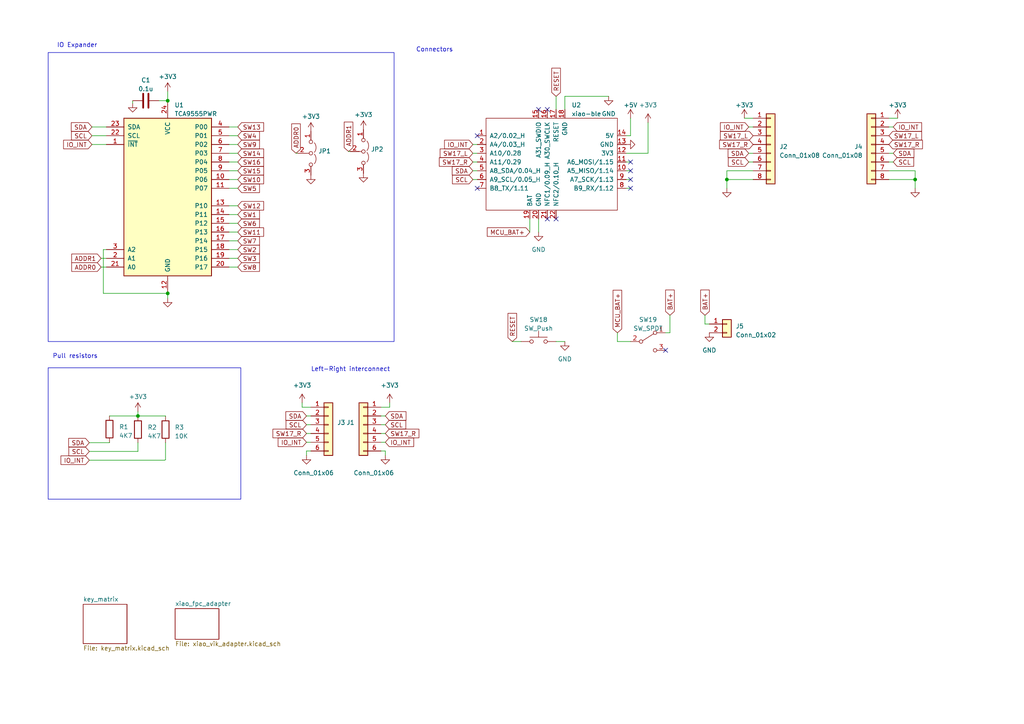
<source format=kicad_sch>
(kicad_sch (version 20230121) (generator eeschema)
  (paper "A4")
  (lib_symbols
    (symbol "+3V3_1" (power) (pin_names (offset 0))
      (property "Value" "+3V3_1" (at 0 3.556 0))
      (symbol "+3V3_1_0_1"
        (polyline (pts (xy -0.762 1.27) (xy 0 2.54)))
        (polyline (pts (xy 0 0) (xy 0 2.54)))
        (polyline (pts (xy 0 2.54) (xy 0.762 1.27)))
      )
      (symbol "+3V3_1_1_1"
        (pin power_in line (at 0 0 90) (length 0) hide (name "+3V3") (number "1"))
      )
    )
    (symbol "Connector_Generic:Conn_01x02" (pin_names (offset 1.016) hide)
      (property "Reference" "J" (at 0 2.54 0))
      (property "Value" "Conn_01x02" (at 0 -5.08 0))
      (symbol "Conn_01x02_1_1"
        (rectangle (start -1.27 -2.413) (end 0 -2.667) (stroke (width 0.1524)))
        (rectangle (start -1.27 0.127) (end 0 -0.127) (stroke (width 0.1524)))
        (rectangle (start -1.27 1.27) (end 1.27 -3.81) (stroke (width 0.254)) (fill (type background)))
        (pin passive line (at -5.08 0 0) (length 3.81) (name "Pin_1") (number "1"))
        (pin passive line (at -5.08 -2.54 0) (length 3.81) (name "Pin_2") (number "2"))
      )
    )
    (symbol "Connector_Generic:Conn_01x06" (pin_names (offset 1.016) hide)
      (property "Reference" "J" (at 0 7.62 0))
      (property "Value" "Conn_01x06" (at 0 -10.16 0))
      (symbol "Conn_01x06_1_1"
        (rectangle (start -1.27 -7.493) (end 0 -7.747) (stroke (width 0.1524)))
        (rectangle (start -1.27 -4.953) (end 0 -5.207) (stroke (width 0.1524)))
        (rectangle (start -1.27 -2.413) (end 0 -2.667) (stroke (width 0.1524)))
        (rectangle (start -1.27 0.127) (end 0 -0.127) (stroke (width 0.1524)))
        (rectangle (start -1.27 2.667) (end 0 2.413) (stroke (width 0.1524)))
        (rectangle (start -1.27 5.207) (end 0 4.953) (stroke (width 0.1524)))
        (rectangle (start -1.27 6.35) (end 1.27 -8.89) (stroke (width 0.254)) (fill (type background)))
        (pin passive line (at -5.08 5.08 0) (length 3.81) (name "Pin_1") (number "1"))
        (pin passive line (at -5.08 2.54 0) (length 3.81) (name "Pin_2") (number "2"))
        (pin passive line (at -5.08 0 0) (length 3.81) (name "Pin_3") (number "3"))
        (pin passive line (at -5.08 -2.54 0) (length 3.81) (name "Pin_4") (number "4"))
        (pin passive line (at -5.08 -5.08 0) (length 3.81) (name "Pin_5") (number "5"))
        (pin passive line (at -5.08 -7.62 0) (length 3.81) (name "Pin_6") (number "6"))
      )
    )
    (symbol "Connector_Generic:Conn_01x08" (pin_names (offset 1.016) hide)
      (property "Reference" "J" (at 0 10.16 0))
      (property "Value" "Conn_01x08" (at 0 -12.7 0))
      (symbol "Conn_01x08_1_1"
        (rectangle (start -1.27 -10.033) (end 0 -10.287) (stroke (width 0.1524)))
        (rectangle (start -1.27 -7.493) (end 0 -7.747) (stroke (width 0.1524)))
        (rectangle (start -1.27 -4.953) (end 0 -5.207) (stroke (width 0.1524)))
        (rectangle (start -1.27 -2.413) (end 0 -2.667) (stroke (width 0.1524)))
        (rectangle (start -1.27 0.127) (end 0 -0.127) (stroke (width 0.1524)))
        (rectangle (start -1.27 2.667) (end 0 2.413) (stroke (width 0.1524)))
        (rectangle (start -1.27 5.207) (end 0 4.953) (stroke (width 0.1524)))
        (rectangle (start -1.27 7.747) (end 0 7.493) (stroke (width 0.1524)))
        (rectangle (start -1.27 8.89) (end 1.27 -11.43) (stroke (width 0.254)) (fill (type background)))
        (pin passive line (at -5.08 7.62 0) (length 3.81) (name "Pin_1") (number "1"))
        (pin passive line (at -5.08 5.08 0) (length 3.81) (name "Pin_2") (number "2"))
        (pin passive line (at -5.08 2.54 0) (length 3.81) (name "Pin_3") (number "3"))
        (pin passive line (at -5.08 0 0) (length 3.81) (name "Pin_4") (number "4"))
        (pin passive line (at -5.08 -2.54 0) (length 3.81) (name "Pin_5") (number "5"))
        (pin passive line (at -5.08 -5.08 0) (length 3.81) (name "Pin_6") (number "6"))
        (pin passive line (at -5.08 -7.62 0) (length 3.81) (name "Pin_7") (number "7"))
        (pin passive line (at -5.08 -10.16 0) (length 3.81) (name "Pin_8") (number "8"))
      )
    )
    (symbol "Device:C" (pin_numbers hide) (pin_names (offset 0.254))
      (property "Reference" "C" (at 0.635 2.54 0))
      (property "Value" "C" (at 0.635 -2.54 0))
      (symbol "C_0_1"
        (polyline (pts (xy -2.032 -0.762) (xy 2.032 -0.762)) (stroke (width 0.508)))
        (polyline (pts (xy -2.032 0.762) (xy 2.032 0.762)) (stroke (width 0.508)))
      )
      (symbol "C_1_1"
        (pin passive line (at 0 3.81 270) (length 2.794) (name "~") (number "1"))
        (pin passive line (at 0 -3.81 90) (length 2.794) (name "~") (number "2"))
      )
    )
    (symbol "Device:R" (pin_numbers hide) (pin_names (offset 0))
      (property "Reference" "R" (at 2.032 0 90))
      (property "Value" "R" (at 0 0 90))
      (symbol "R_0_1"
        (rectangle (start -1.016 -2.54) (end 1.016 2.54) (stroke (width 0.254)))
      )
      (symbol "R_1_1"
        (pin passive line (at 0 3.81 270) (length 1.27) (name "~") (number "1"))
        (pin passive line (at 0 -3.81 90) (length 1.27) (name "~") (number "2"))
      )
    )
    (symbol "Interface_Expansion:TCA9555PWR" (pin_names (offset 1.016))
      (property "Reference" "U" (at -11.43 24.13 0))
      (property "Value" "TCA9555PWR" (at 0 0 0))
      (symbol "TCA9555PWR_0_1"
        (rectangle (start -12.7 22.86) (end 12.7 -22.86) (stroke (width 0.254)) (fill (type background)))
      )
      (symbol "TCA9555PWR_1_1"
        (pin open_collector line (at -17.78 15.24 0) (length 5.08) (name "~{INT}") (number "1"))
        (pin bidirectional line (at 17.78 5.08 180) (length 5.08) (name "P06") (number "10"))
        (pin bidirectional line (at 17.78 2.54 180) (length 5.08) (name "P07") (number "11"))
        (pin power_in line (at 0 -27.94 90) (length 5.08) (name "GND") (number "12"))
        (pin bidirectional line (at 17.78 -2.54 180) (length 5.08) (name "P10") (number "13"))
        (pin bidirectional line (at 17.78 -5.08 180) (length 5.08) (name "P11") (number "14"))
        (pin bidirectional line (at 17.78 -7.62 180) (length 5.08) (name "P12") (number "15"))
        (pin bidirectional line (at 17.78 -10.16 180) (length 5.08) (name "P13") (number "16"))
        (pin bidirectional line (at 17.78 -12.7 180) (length 5.08) (name "P14") (number "17"))
        (pin bidirectional line (at 17.78 -15.24 180) (length 5.08) (name "P15") (number "18"))
        (pin bidirectional line (at 17.78 -17.78 180) (length 5.08) (name "P16") (number "19"))
        (pin input line (at -17.78 -17.78 0) (length 5.08) (name "A1") (number "2"))
        (pin bidirectional line (at 17.78 -20.32 180) (length 5.08) (name "P17") (number "20"))
        (pin input line (at -17.78 -20.32 0) (length 5.08) (name "A0") (number "21"))
        (pin input line (at -17.78 17.78 0) (length 5.08) (name "SCL") (number "22"))
        (pin bidirectional line (at -17.78 20.32 0) (length 5.08) (name "SDA") (number "23"))
        (pin power_in line (at 0 27.94 270) (length 5.08) (name "VCC") (number "24"))
        (pin input line (at -17.78 -15.24 0) (length 5.08) (name "A2") (number "3"))
        (pin bidirectional line (at 17.78 20.32 180) (length 5.08) (name "P00") (number "4"))
        (pin bidirectional line (at 17.78 17.78 180) (length 5.08) (name "P01") (number "5"))
        (pin bidirectional line (at 17.78 15.24 180) (length 5.08) (name "P02") (number "6"))
        (pin bidirectional line (at 17.78 12.7 180) (length 5.08) (name "P03") (number "7"))
        (pin bidirectional line (at 17.78 10.16 180) (length 5.08) (name "P04") (number "8"))
        (pin bidirectional line (at 17.78 7.62 180) (length 5.08) (name "P05") (number "9"))
      )
    )
    (symbol "Jumper:Jumper_3_Open" (pin_names (offset 0) hide)
      (property "Reference" "JP" (at -2.54 -2.54 0))
      (property "Value" "Jumper_3_Open" (at 0 2.794 0))
      (symbol "Jumper_3_Open_0_0"
        (circle (center -3.302 0) (radius 0.508))
        (circle (center 0 0) (radius 0.508))
        (circle (center 3.302 0) (radius 0.508))
      )
      (symbol "Jumper_3_Open_0_1"
        (arc (start -0.254 1.016) (mid -1.651 1.4992) (end -3.048 1.016))
        (polyline (pts (xy 0 -0.508) (xy 0 -1.27)))
        (arc (start 3.048 1.016) (mid 1.651 1.4992) (end 0.254 1.016))
      )
      (symbol "Jumper_3_Open_1_1"
        (pin passive line (at -6.35 0 0) (length 2.54) (name "A") (number "1"))
        (pin passive line (at 0 -3.81 90) (length 2.54) (name "C") (number "2"))
        (pin passive line (at 6.35 0 180) (length 2.54) (name "B") (number "3"))
      )
    )
    (symbol "Switch:SW_Push" (pin_numbers hide) (pin_names (offset 1.016) hide)
      (property "Reference" "SW" (at 1.27 2.54 0))
      (property "Value" "SW_Push" (at 0 -1.524 0))
      (symbol "SW_Push_0_1"
        (circle (center -2.032 0) (radius 0.508))
        (polyline (pts (xy 0 1.27) (xy 0 3.048)))
        (polyline (pts (xy 2.54 1.27) (xy -2.54 1.27)))
        (circle (center 2.032 0) (radius 0.508))
        (pin passive line (at -5.08 0 0) (length 2.54) (name "1") (number "1"))
        (pin passive line (at 5.08 0 180) (length 2.54) (name "2") (number "2"))
      )
    )
    (symbol "Switch:SW_SPDT" (pin_names (offset 0) hide)
      (property "Reference" "SW" (at 0 4.318 0))
      (property "Value" "SW_SPDT" (at 0 -5.08 0))
      (symbol "SW_SPDT_0_0"
        (circle (center -2.032 0) (radius 0.508))
        (circle (center 2.032 -2.54) (radius 0.508))
      )
      (symbol "SW_SPDT_0_1"
        (polyline (pts (xy -1.524 0.254) (xy 1.651 2.286)))
        (circle (center 2.032 2.54) (radius 0.508))
      )
      (symbol "SW_SPDT_1_1"
        (pin passive line (at 5.08 2.54 180) (length 2.54) (name "A") (number "1"))
        (pin passive line (at -5.08 0 0) (length 2.54) (name "B") (number "2"))
        (pin passive line (at 5.08 -2.54 180) (length 2.54) (name "C") (number "3"))
      )
    )
    (symbol "mcu:xiao-ble" (pin_names (offset 1.016))
      (property "Reference" "U" (at -17.78 16.51 0))
      (property "Value" "xiao-ble" (at -15.24 13.97 0))
      (symbol "xiao-ble_0_1"
        (rectangle (start -19.05 12.7) (end 19.05 -13.97))
      )
      (symbol "xiao-ble_1_1"
        (pin bidirectional line (at -21.59 7.62 0) (length 2.54) (name "A2/0.02_H") (number "1"))
        (pin bidirectional line (at 21.59 -2.54 180) (length 2.54) (name "A5_MISO/1.14") (number "10"))
        (pin bidirectional line (at 21.59 0 180) (length 2.54) (name "A6_MOSI/1.15") (number "11"))
        (pin power_out line (at 21.59 2.54 180) (length 2.54) (name "3V3") (number "12"))
        (pin power_out line (at 21.59 5.08 180) (length 2.54) (name "GND") (number "13"))
        (pin power_out line (at 21.59 7.62 180) (length 2.54) (name "5V") (number "14"))
        (pin input line (at -3.81 15.24 270) (length 2.54) (name "A31_SWDIO") (number "15"))
        (pin input line (at -1.27 15.24 270) (length 2.54) (name "A30_SWCLK") (number "16"))
        (pin input line (at 1.27 15.24 270) (length 2.54) (name "RESET") (number "17"))
        (pin power_out line (at 3.81 15.24 270) (length 2.54) (name "GND") (number "18"))
        (pin bidirectional line (at -6.35 -16.51 90) (length 2.54) (name "BAT") (number "19"))
        (pin bidirectional line (at -21.59 5.08 0) (length 2.54) (name "A4/0.03_H") (number "2"))
        (pin power_out line (at -3.81 -16.51 90) (length 2.54) (name "GND") (number "20"))
        (pin bidirectional line (at -1.27 -16.51 90) (length 2.54) (name "NFC1/0.09_H") (number "21"))
        (pin bidirectional line (at 1.27 -16.51 90) (length 2.54) (name "NFC2/0.10_H") (number "22"))
        (pin bidirectional line (at -21.59 2.54 0) (length 2.54) (name "A10/0.28") (number "3"))
        (pin bidirectional line (at -21.59 0 0) (length 2.54) (name "A11/0.29") (number "4"))
        (pin bidirectional line (at -21.59 -2.54 0) (length 2.54) (name "A8_SDA/0.04_H") (number "5"))
        (pin bidirectional line (at -21.59 -5.08 0) (length 2.54) (name "A9_SCL/0.05_H") (number "6"))
        (pin bidirectional line (at -21.59 -7.62 0) (length 2.54) (name "B8_TX/1.11") (number "7"))
        (pin bidirectional line (at 21.59 -7.62 180) (length 2.54) (name "B9_RX/1.12") (number "8"))
        (pin bidirectional line (at 21.59 -5.08 180) (length 2.54) (name "A7_SCK/1.13") (number "9"))
      )
    )
    (symbol "power:+5V" (power) (pin_names (offset 0))
      (property "Value" "+5V" (at 0 3.556 0))
      (symbol "+5V_0_1"
        (polyline (pts (xy -0.762 1.27) (xy 0 2.54)))
        (polyline (pts (xy 0 0) (xy 0 2.54)))
        (polyline (pts (xy 0 2.54) (xy 0.762 1.27)))
      )
      (symbol "+5V_1_1"
        (pin power_in line (at 0 0 90) (length 0) hide (name "+5V") (number "1"))
      )
    )
    (symbol "power:GND" (power) (pin_names (offset 0))
      (property "Value" "GND" (at 0 -3.81 0))
      (symbol "GND_0_1"
        (polyline (pts (xy 0 0) (xy 0 -1.27) (xy 1.27 -1.27) (xy 0 -2.54) (xy -1.27 -1.27) (xy 0 -1.27)))
      )
      (symbol "GND_1_1"
        (pin power_in line (at 0 0 270) (length 0) hide (name "GND") (number "1"))
      )
    )
  )
  (junction (at 265.43 52.07))
  (junction (at 40.005 120.65))
  (junction (at 210.82 52.07))
  (junction (at 48.641 85.09))
  (junction (at 48.641 29.21))
  (no_connect (at 193.04 101.6))
  (no_connect (at 182.88 52.07))
  (no_connect (at 156.21 31.75))
  (no_connect (at 138.43 54.61))
  (no_connect (at 158.75 63.5))
  (no_connect (at 182.88 49.53))
  (no_connect (at 182.88 54.61))
  (no_connect (at 161.29 63.5))
  (no_connect (at 158.75 31.75))
  (no_connect (at 182.88 46.99))
  (no_connect (at 138.43 39.37))
  (wire (pts (xy 88.9 125.73) (xy 90.17 125.73)))
  (wire (pts (xy 88.9 130.81) (xy 90.17 130.81)))
  (wire (pts (xy 47.752 133.477) (xy 48.006 133.35)))
  (wire (pts (xy 182.88 34.29) (xy 182.88 39.37)))
  (wire (pts (xy 38.481 29.21) (xy 38.481 29.972)))
  (wire (pts (xy 259.08 36.83) (xy 257.81 36.83)))
  (wire (pts (xy 29.972 72.39) (xy 29.972 85.09)))
  (wire (pts (xy 210.82 49.53) (xy 218.44 49.53)))
  (wire (pts (xy 26.67 41.91) (xy 30.861 41.91)))
  (wire (pts (xy 181.61 49.53) (xy 182.88 49.53)))
  (wire (pts (xy 111.76 128.27) (xy 110.49 128.27)))
  (wire (pts (xy 204.47 93.98) (xy 205.74 93.98)))
  (wire (pts (xy 88.9 128.27) (xy 90.17 128.27)))
  (wire (pts (xy 137.16 49.53) (xy 138.43 49.53)))
  (wire (pts (xy 25.908 130.937) (xy 40.005 130.937)))
  (wire (pts (xy 194.31 91.44) (xy 194.31 96.52)))
  (wire (pts (xy 48.006 120.65) (xy 48.006 120.777)))
  (wire (pts (xy 88.9 120.65) (xy 90.17 120.65)))
  (wire (pts (xy 265.43 52.07) (xy 265.43 49.53)))
  (wire (pts (xy 40.005 120.65) (xy 48.006 120.65)))
  (wire (pts (xy 25.908 128.397) (xy 31.75 128.397)))
  (wire (pts (xy 179.07 96.52) (xy 179.07 99.06)))
  (wire (pts (xy 66.421 39.37) (xy 68.961 39.37)))
  (wire (pts (xy 137.16 46.99) (xy 138.43 46.99)))
  (wire (pts (xy 265.43 49.53) (xy 257.81 49.53)))
  (wire (pts (xy 101.092 43.942) (xy 101.6 43.942)))
  (wire (pts (xy 87.63 118.11) (xy 90.17 118.11)))
  (wire (pts (xy 40.005 120.65) (xy 40.005 120.777)))
  (wire (pts (xy 40.005 119.38) (xy 40.005 120.65)))
  (wire (pts (xy 111.76 130.81) (xy 110.49 130.81)))
  (wire (pts (xy 259.08 46.99) (xy 257.81 46.99)))
  (wire (pts (xy 111.76 132.08) (xy 111.76 130.81)))
  (wire (pts (xy 210.82 52.07) (xy 218.44 52.07)))
  (wire (pts (xy 40.005 128.397) (xy 40.005 130.937)))
  (wire (pts (xy 215.9 34.29) (xy 218.44 34.29)))
  (wire (pts (xy 182.88 52.07) (xy 181.61 52.07)))
  (wire (pts (xy 137.16 41.91) (xy 138.43 41.91)))
  (wire (pts (xy 66.421 44.45) (xy 68.961 44.45)))
  (wire (pts (xy 181.61 44.45) (xy 187.96 44.45)))
  (wire (pts (xy 153.67 63.5) (xy 153.67 67.31)))
  (wire (pts (xy 46.101 29.21) (xy 48.641 29.21)))
  (wire (pts (xy 87.63 116.84) (xy 87.63 118.11)))
  (wire (pts (xy 30.861 36.83) (xy 26.67 36.83)))
  (wire (pts (xy 148.59 99.06) (xy 151.13 99.06)))
  (wire (pts (xy 113.03 116.84) (xy 113.03 118.11)))
  (wire (pts (xy 182.88 46.99) (xy 181.61 46.99)))
  (wire (pts (xy 204.47 91.44) (xy 204.47 93.98)))
  (wire (pts (xy 29.972 85.09) (xy 48.641 85.09)))
  (wire (pts (xy 259.08 44.45) (xy 257.81 44.45)))
  (wire (pts (xy 48.006 128.397) (xy 48.006 133.35)))
  (wire (pts (xy 66.421 62.23) (xy 68.961 62.23)))
  (wire (pts (xy 66.421 36.83) (xy 68.961 36.83)))
  (wire (pts (xy 66.421 69.85) (xy 68.961 69.85)))
  (wire (pts (xy 217.17 36.83) (xy 218.44 36.83)))
  (wire (pts (xy 66.421 46.99) (xy 68.961 46.99)))
  (wire (pts (xy 265.43 54.61) (xy 265.43 52.07)))
  (wire (pts (xy 48.641 85.09) (xy 48.641 86.487)))
  (wire (pts (xy 217.17 46.99) (xy 218.44 46.99)))
  (wire (pts (xy 29.337 74.93) (xy 30.861 74.93)))
  (wire (pts (xy 66.421 72.39) (xy 68.961 72.39)))
  (wire (pts (xy 25.908 133.477) (xy 47.752 133.477)))
  (wire (pts (xy 48.641 26.543) (xy 48.641 29.21)))
  (wire (pts (xy 210.82 52.07) (xy 210.82 49.53)))
  (wire (pts (xy 66.421 74.93) (xy 68.961 74.93)))
  (wire (pts (xy 66.421 49.53) (xy 68.961 49.53)))
  (wire (pts (xy 179.07 99.06) (xy 182.88 99.06)))
  (wire (pts (xy 111.76 125.73) (xy 110.49 125.73)))
  (wire (pts (xy 163.83 27.94) (xy 163.83 31.75)))
  (wire (pts (xy 66.421 41.91) (xy 68.961 41.91)))
  (wire (pts (xy 187.96 44.45) (xy 187.96 35.56)))
  (wire (pts (xy 66.421 67.31) (xy 68.961 67.31)))
  (wire (pts (xy 31.75 128.397) (xy 31.75 128.27)))
  (wire (pts (xy 111.76 120.65) (xy 110.49 120.65)))
  (wire (pts (xy 137.16 52.07) (xy 138.43 52.07)))
  (wire (pts (xy 110.49 118.11) (xy 113.03 118.11)))
  (wire (pts (xy 29.337 77.47) (xy 30.861 77.47)))
  (wire (pts (xy 31.75 120.65) (xy 40.005 120.65)))
  (wire (pts (xy 66.421 54.61) (xy 68.961 54.61)))
  (wire (pts (xy 66.421 77.47) (xy 68.961 77.47)))
  (wire (pts (xy 161.29 27.94) (xy 161.29 31.75)))
  (wire (pts (xy 182.88 54.61) (xy 181.61 54.61)))
  (wire (pts (xy 260.35 34.29) (xy 257.81 34.29)))
  (wire (pts (xy 265.43 52.07) (xy 257.81 52.07)))
  (wire (pts (xy 66.421 64.77) (xy 68.961 64.77)))
  (wire (pts (xy 66.421 59.69) (xy 68.961 59.69)))
  (wire (pts (xy 163.83 99.06) (xy 161.29 99.06)))
  (wire (pts (xy 26.67 39.37) (xy 30.861 39.37)))
  (wire (pts (xy 156.21 63.5) (xy 156.21 67.31)))
  (wire (pts (xy 137.16 44.45) (xy 138.43 44.45)))
  (wire (pts (xy 66.421 52.07) (xy 68.961 52.07)))
  (wire (pts (xy 217.17 44.45) (xy 218.44 44.45)))
  (wire (pts (xy 30.861 72.39) (xy 29.972 72.39)))
  (wire (pts (xy 194.31 96.52) (xy 193.04 96.52)))
  (wire (pts (xy 163.83 27.94) (xy 176.53 27.94)))
  (wire (pts (xy 182.88 39.37) (xy 181.61 39.37)))
  (wire (pts (xy 88.9 123.19) (xy 90.17 123.19)))
  (wire (pts (xy 85.852 44.45) (xy 86.36 44.45)))
  (wire (pts (xy 88.9 132.08) (xy 88.9 130.81)))
  (wire (pts (xy 210.82 54.61) (xy 210.82 52.07)))
  (wire (pts (xy 111.76 123.19) (xy 110.49 123.19)))
  (rectangle (start 13.97 15.24) (end 114.3 99.06))
  (rectangle (start 13.97 106.68) (end 69.85 144.78))
  (text "Pull resistors" (at 15.24 104.14 0) (effects (font (size 1.27 1.27)) (justify left bottom)))
  (text "Left-Right interconnect" (at 90.17 107.95 0) (effects (font (size 1.27 1.27)) (justify left bottom)))
  (text "IO Expander" (at 16.51 13.97 0) (effects (font (size 1.27 1.27)) (justify left bottom)))
  (text "Connectors" (at 120.65 15.24 0) (effects (font (size 1.27 1.27)) (justify left bottom)))
  (global_label "SDA" (shape input) (at 217.17 44.45 180) (property "Intersheetrefs" "${INTERSHEET_REFS}" (effects hide)))
  (global_label "SW17_R" (shape input) (at 88.9 125.73 180) (property "Intersheetrefs" "${INTERSHEET_REFS}" (effects hide)))
  (global_label "SW6" (shape input) (at 68.961 64.77 0) (property "Intersheetrefs" "${INTERSHEET_REFS}" (effects hide)))
  (global_label "SW14" (shape input) (at 68.961 44.45 0) (property "Intersheetrefs" "${INTERSHEET_REFS}" (effects hide)))
  (global_label "RESET" (shape input) (at 161.29 27.94 90) (property "Intersheetrefs" "${INTERSHEET_REFS}" (effects hide)))
  (global_label "IO_INT" (shape input) (at 25.908 133.477 180) (property "Intersheetrefs" "${INTERSHEET_REFS}" (effects hide)))
  (global_label "ADDR0" (shape input) (at 29.337 77.47 180) (property "Intersheetrefs" "${INTERSHEET_REFS}" (effects hide)))
  (global_label "IO_INT" (shape input) (at 217.17 36.83 180) (property "Intersheetrefs" "${INTERSHEET_REFS}" (effects hide)))
  (global_label "IO_INT" (shape input) (at 111.76 128.27 0) (property "Intersheetrefs" "${INTERSHEET_REFS}" (effects hide)))
  (global_label "SW17_L" (shape input) (at 137.16 44.45 180) (property "Intersheetrefs" "${INTERSHEET_REFS}" (effects hide)))
  (global_label "MCU_BAT+" (shape input) (at 179.07 96.52 90) (property "Intersheetrefs" "${INTERSHEET_REFS}" (effects hide)))
  (global_label "SW17_R" (shape input) (at 218.44 41.91 180) (property "Intersheetrefs" "${INTERSHEET_REFS}" (effects hide)))
  (global_label "SW5" (shape input) (at 68.961 54.61 0) (property "Intersheetrefs" "${INTERSHEET_REFS}" (effects hide)))
  (global_label "SW10" (shape input) (at 68.961 52.07 0) (property "Intersheetrefs" "${INTERSHEET_REFS}" (effects hide)))
  (global_label "SW9" (shape input) (at 68.961 41.91 0) (property "Intersheetrefs" "${INTERSHEET_REFS}" (effects hide)))
  (global_label "MCU_BAT+" (shape input) (at 153.67 67.31 180) (property "Intersheetrefs" "${INTERSHEET_REFS}" (effects hide)))
  (global_label "SDA" (shape input) (at 111.76 120.65 0) (property "Intersheetrefs" "${INTERSHEET_REFS}" (effects hide)))
  (global_label "SDA" (shape input) (at 259.08 44.45 0) (property "Intersheetrefs" "${INTERSHEET_REFS}" (effects hide)))
  (global_label "SCL" (shape input) (at 137.16 52.07 180) (property "Intersheetrefs" "${INTERSHEET_REFS}" (effects hide)))
  (global_label "ADDR1" (shape input) (at 101.092 43.942 90) (property "Intersheetrefs" "${INTERSHEET_REFS}" (effects hide)))
  (global_label "BAT+" (shape input) (at 194.31 91.44 90) (property "Intersheetrefs" "${INTERSHEET_REFS}" (effects hide)))
  (global_label "SW16" (shape input) (at 68.961 46.99 0) (property "Intersheetrefs" "${INTERSHEET_REFS}" (effects hide)))
  (global_label "SW11" (shape input) (at 68.961 67.31 0) (property "Intersheetrefs" "${INTERSHEET_REFS}" (effects hide)))
  (global_label "SCL" (shape input) (at 26.67 39.37 180) (property "Intersheetrefs" "${INTERSHEET_REFS}" (effects hide)))
  (global_label "SCL" (shape input) (at 88.9 123.19 180) (property "Intersheetrefs" "${INTERSHEET_REFS}" (effects hide)))
  (global_label "SW17_R" (shape input) (at 137.16 46.99 180) (property "Intersheetrefs" "${INTERSHEET_REFS}" (effects hide)))
  (global_label "SW15" (shape input) (at 68.961 49.53 0) (property "Intersheetrefs" "${INTERSHEET_REFS}" (effects hide)))
  (global_label "SW13" (shape input) (at 68.961 36.83 0) (property "Intersheetrefs" "${INTERSHEET_REFS}" (effects hide)))
  (global_label "SCL" (shape input) (at 259.08 46.99 0) (property "Intersheetrefs" "${INTERSHEET_REFS}" (effects hide)))
  (global_label "SW3" (shape input) (at 68.961 74.93 0) (property "Intersheetrefs" "${INTERSHEET_REFS}" (effects hide)))
  (global_label "SDA" (shape input) (at 26.67 36.83 180) (property "Intersheetrefs" "${INTERSHEET_REFS}" (effects hide)))
  (global_label "SCL" (shape input) (at 217.17 46.99 180) (property "Intersheetrefs" "${INTERSHEET_REFS}" (effects hide)))
  (global_label "SW12" (shape input) (at 68.961 59.69 0) (property "Intersheetrefs" "${INTERSHEET_REFS}" (effects hide)))
  (global_label "ADDR1" (shape input) (at 29.337 74.93 180) (property "Intersheetrefs" "${INTERSHEET_REFS}" (effects hide)))
  (global_label "RESET" (shape input) (at 148.59 99.06 90) (property "Intersheetrefs" "${INTERSHEET_REFS}" (effects hide)))
  (global_label "SW17_R" (shape input) (at 111.76 125.73 0) (property "Intersheetrefs" "${INTERSHEET_REFS}" (effects hide)))
  (global_label "SCL" (shape input) (at 111.76 123.19 0) (property "Intersheetrefs" "${INTERSHEET_REFS}" (effects hide)))
  (global_label "SW1" (shape input) (at 68.961 62.23 0) (property "Intersheetrefs" "${INTERSHEET_REFS}" (effects hide)))
  (global_label "SW8" (shape input) (at 68.961 77.47 0) (property "Intersheetrefs" "${INTERSHEET_REFS}" (effects hide)))
  (global_label "SDA" (shape input) (at 137.16 49.53 180) (property "Intersheetrefs" "${INTERSHEET_REFS}" (effects hide)))
  (global_label "SDA" (shape input) (at 88.9 120.65 180) (property "Intersheetrefs" "${INTERSHEET_REFS}" (effects hide)))
  (global_label "SW17_L" (shape input) (at 218.44 39.37 180) (property "Intersheetrefs" "${INTERSHEET_REFS}" (effects hide)))
  (global_label "SW17_L" (shape input) (at 257.81 39.37 0) (property "Intersheetrefs" "${INTERSHEET_REFS}" (effects hide)))
  (global_label "SCL" (shape input) (at 25.908 130.937 180) (property "Intersheetrefs" "${INTERSHEET_REFS}" (effects hide)))
  (global_label "IO_INT" (shape input) (at 88.9 128.27 180) (property "Intersheetrefs" "${INTERSHEET_REFS}" (effects hide)))
  (global_label "IO_INT" (shape input) (at 137.16 41.91 180) (property "Intersheetrefs" "${INTERSHEET_REFS}" (effects hide)))
  (global_label "SW4" (shape input) (at 68.961 39.37 0) (property "Intersheetrefs" "${INTERSHEET_REFS}" (effects hide)))
  (global_label "SDA" (shape input) (at 25.908 128.397 180) (property "Intersheetrefs" "${INTERSHEET_REFS}" (effects hide)))
  (global_label "SW7" (shape input) (at 68.961 69.85 0) (property "Intersheetrefs" "${INTERSHEET_REFS}" (effects hide)))
  (global_label "BAT+" (shape input) (at 204.47 91.44 90) (property "Intersheetrefs" "${INTERSHEET_REFS}" (effects hide)))
  (global_label "SW17_R" (shape input) (at 257.81 41.91 0) (property "Intersheetrefs" "${INTERSHEET_REFS}" (effects hide)))
  (global_label "IO_INT" (shape input) (at 26.67 41.91 180) (property "Intersheetrefs" "${INTERSHEET_REFS}" (effects hide)))
  (global_label "ADDR0" (shape input) (at 85.852 44.45 90) (property "Intersheetrefs" "${INTERSHEET_REFS}" (effects hide)))
  (global_label "IO_INT" (shape input) (at 259.08 36.83 0) (property "Intersheetrefs" "${INTERSHEET_REFS}" (effects hide)))
  (global_label "SW2" (shape input) (at 68.961 72.39 0) (property "Intersheetrefs" "${INTERSHEET_REFS}" (effects hide)))
  (symbol (lib_name "+3V3_1") (lib_id "power:+3V3") (at 215.9 34.29 0) (mirror y) (unit 1)
    (property "Reference" "#PWR019" (effects hide))
    (property "Value" "+3V3" (at 215.9 30.48 0))
  )
  (symbol (lib_id "Device:R") (at 48.006 124.587 180) (unit 1)
    (property "Reference" "R3" (at 50.673 123.952 0) (effects (justify right)))
    (property "Value" "10K" (at 50.673 126.492 0) (effects (justify right)))
    (property "Footprint" "Resistor_SMD:R_0805_2012Metric_Pad1.20x1.40mm_HandSolder" (effects hide))
  )
  (symbol (lib_id "power:GND") (at 88.9 132.08 0) (unit 1)
    (property "Reference" "#PWR027" (effects hide))
    (property "Value" "GND" (effects hide))
  )
  (symbol (lib_name "+3V3_1") (lib_id "power:+3V3") (at 90.17 38.1 0) (unit 1)
    (property "Reference" "#PWR07" (effects hide))
    (property "Value" "+3V3" (at 90.17 33.782 0))
  )
  (symbol (lib_id "Connector_Generic:Conn_01x02") (at 210.82 93.98 0) (unit 1)
    (property "Reference" "J5" (at 213.36 94.615 0) (effects (justify left)))
    (property "Value" "Conn_01x02" (at 213.36 97.155 0) (effects (justify left)))
    (property "Footprint" "Connector_PinHeader_1.00mm:PinHeader_1x02_P1.00mm_Horizontal" (effects hide))
  )
  (symbol (lib_id "Connector_Generic:Conn_01x06") (at 95.25 123.19 0) (unit 1)
    (property "Reference" "J3" (at 97.79 122.555 0) (effects (justify left)))
    (property "Value" "Conn_01x06" (at 85.09 137.16 0) (effects (justify left)))
    (property "Footprint" "Connector_FFC-FPC:TE_84952-6_1x06-1MP_P1.0mm_Horizontal" (effects hide))
  )
  (symbol (lib_id "power:GND") (at 90.17 50.8 0) (unit 1)
    (property "Reference" "#PWR06" (effects hide))
    (property "Value" "GND" (effects hide))
  )
  (symbol (lib_id "Switch:SW_Push") (at 156.21 99.06 0) (unit 1)
    (property "Reference" "SW18" (at 156.21 92.71 0))
    (property "Value" "SW_Push" (at 156.21 95.25 0))
    (property "Footprint" "Button_Switch_SMD:SW_SPST_SKQG_WithStem" (effects hide))
  )
  (symbol (lib_id "power:GND") (at 48.641 86.487 0) (unit 1)
    (property "Reference" "#PWR010" (effects hide))
    (property "Value" "GND" (effects hide))
  )
  (symbol (lib_id "power:GND") (at 205.74 96.52 0) (unit 1)
    (property "Reference" "#PWR026" (effects hide))
    (property "Value" "GND" (at 205.74 101.6 0))
  )
  (symbol (lib_id "Jumper:Jumper_3_Open") (at 90.17 44.45 270) (unit 1)
    (property "Reference" "JP1" (at 92.329 43.815 90) (effects (justify left)))
    (property "Value" "Jumper_3_Open" (effects hide))
    (property "Footprint" "Jumper:SolderJumper-3_P1.3mm_Open_Pad1.0x1.5mm" (effects hide))
  )
  (symbol (lib_id "Jumper:Jumper_3_Open") (at 105.41 43.942 270) (unit 1)
    (property "Reference" "JP2" (at 107.569 43.307 90) (effects (justify left)))
    (property "Value" "Jumper_3_Open" (effects hide))
    (property "Footprint" "Jumper:SolderJumper-3_P1.3mm_Open_Pad1.0x1.5mm" (effects hide))
  )
  (symbol (lib_id "Device:R") (at 31.75 124.46 180) (unit 1)
    (property "Reference" "R1" (at 34.544 123.825 0) (effects (justify right)))
    (property "Value" "4K7" (at 34.544 126.365 0) (effects (justify right)))
    (property "Footprint" "Resistor_SMD:R_0805_2012Metric_Pad1.20x1.40mm_HandSolder" (effects hide))
  )
  (symbol (lib_id "Switch:SW_SPDT") (at 187.96 99.06 0) (unit 1)
    (property "Reference" "SW19" (at 187.96 92.71 0))
    (property "Value" "SW_SPDT" (at 187.96 95.25 0))
    (property "Footprint" "switch:switch-MSK-12C02-smd" (effects hide))
  )
  (symbol (lib_name "+3V3_1") (lib_id "power:+3V3") (at 40.005 119.38 0) (unit 1)
    (property "Reference" "#PWR012" (effects hide))
    (property "Value" "+3V3" (at 40.005 115.062 0))
  )
  (symbol (lib_name "+3V3_1") (lib_id "power:+3V3") (at 105.41 37.592 0) (unit 1)
    (property "Reference" "#PWR08" (effects hide))
    (property "Value" "+3V3" (at 105.41 33.274 0))
  )
  (symbol (lib_id "power:GND") (at 38.481 29.972 0) (unit 1)
    (property "Reference" "#PWR04" (effects hide))
    (property "Value" "GND" (effects hide))
  )
  (symbol (lib_id "Interface_Expansion:TCA9555PWR") (at 48.641 57.15 0) (unit 1)
    (property "Reference" "U1" (at 50.5969 30.48 0) (effects (justify left)))
    (property "Value" "TCA9555PWR" (at 50.5969 33.02 0) (effects (justify left)))
    (property "Footprint" "Package_SO:TSSOP-24_4.4x7.8mm_P0.65mm" (effects hide))
    (property "Datasheet" "http://www.ti.com/lit/ds/symlink/tca9555.pdf" (effects hide))
  )
  (symbol (lib_id "power:GND") (at 176.53 27.94 0) (unit 1)
    (property "Reference" "#PWR03" (effects hide))
    (property "Value" "GND" (at 176.53 33.02 0))
  )
  (symbol (lib_id "mcu:xiao-ble") (at 160.02 46.99 0) (unit 1)
    (property "Reference" "U2" (at 165.7859 30.48 0) (effects (justify left)))
    (property "Value" "xiao-ble" (at 165.7859 33.02 0) (effects (justify left)))
    (property "Footprint" "mcu:xiao-ble-tht-bodge" (effects hide))
  )
  (symbol (lib_id "Connector_Generic:Conn_01x06") (at 105.41 123.19 0) (mirror y) (unit 1)
    (property "Reference" "J1" (at 102.87 122.555 0) (effects (justify left)))
    (property "Value" "Conn_01x06" (at 114.3 137.16 0) (effects (justify left)))
    (property "Footprint" "Connector_FFC-FPC:TE_84952-6_1x06-1MP_P1.0mm_Horizontal" (effects hide))
  )
  (symbol (lib_id "power:GND") (at 156.21 67.31 0) (unit 1)
    (property "Reference" "#PWR025" (effects hide))
    (property "Value" "GND" (at 156.21 72.39 0))
  )
  (symbol (lib_id "power:GND") (at 265.43 54.61 0) (mirror y) (unit 1)
    (property "Reference" "#PWR05" (effects hide))
    (property "Value" "GND" (effects hide))
  )
  (symbol (lib_name "+3V3_1") (lib_id "power:+3V3") (at 87.63 116.84 0) (unit 1)
    (property "Reference" "#PWR021" (effects hide))
    (property "Value" "+3V3" (at 87.63 111.76 0))
  )
  (symbol (lib_id "Connector_Generic:Conn_01x08") (at 252.73 41.91 0) (mirror y) (unit 1)
    (property "Reference" "J4" (at 250.19 42.545 0) (effects (justify left)))
    (property "Value" "Conn_01x08" (at 250.19 45.085 0) (effects (justify left)))
    (property "Footprint" "Connector_FFC-FPC:TE_84952-8_1x08-1MP_P1.0mm_Horizontal" (effects hide))
  )
  (symbol (lib_id "power:GND") (at 210.82 54.61 0) (unit 1)
    (property "Reference" "#PWR024" (effects hide))
    (property "Value" "GND" (effects hide))
  )
  (symbol (lib_name "+3V3_1") (lib_id "power:+3V3") (at 113.03 116.84 0) (mirror y) (unit 1)
    (property "Reference" "#PWR015" (effects hide))
    (property "Value" "+3V3" (at 113.03 111.76 0))
  )
  (symbol (lib_id "Connector_Generic:Conn_01x08") (at 223.52 41.91 0) (unit 1)
    (property "Reference" "J2" (at 226.06 42.545 0) (effects (justify left)))
    (property "Value" "Conn_01x08" (at 226.06 45.085 0) (effects (justify left)))
    (property "Footprint" "Connector_FFC-FPC:TE_84952-8_1x08-1MP_P1.0mm_Horizontal" (effects hide))
  )
  (symbol (lib_id "Device:C") (at 42.291 29.21 90) (unit 1)
    (property "Reference" "C1" (at 42.291 23.241 90))
    (property "Value" "0.1u" (at 42.291 25.781 90))
    (property "Footprint" "Connector_FFC-FPC:Molex_200528-0060_1x06-1MP_P1.00mm_Horizontal" (effects hide))
  )
  (symbol (lib_id "Device:R") (at 40.005 124.587 180) (unit 1)
    (property "Reference" "R2" (at 42.799 123.952 0) (effects (justify right)))
    (property "Value" "4K7" (at 42.799 126.492 0) (effects (justify right)))
    (property "Footprint" "Resistor_SMD:R_0805_2012Metric_Pad1.20x1.40mm_HandSolder" (effects hide))
  )
  (symbol (lib_id "power:GND") (at 111.76 132.08 0) (mirror y) (unit 1)
    (property "Reference" "#PWR020" (effects hide))
    (property "Value" "GND" (effects hide))
  )
  (symbol (lib_id "power:GND") (at 181.61 41.91 90) (mirror x) (unit 1)
    (property "Reference" "#PWR022" (effects hide))
    (property "Value" "GND" (effects hide))
  )
  (symbol (lib_name "+3V3_1") (lib_id "power:+3V3") (at 260.35 34.29 0) (unit 1)
    (property "Reference" "#PWR02" (effects hide))
    (property "Value" "+3V3" (at 260.35 30.48 0))
  )
  (symbol (lib_name "+3V3_1") (lib_id "power:+3V3") (at 48.641 26.543 0) (unit 1)
    (property "Reference" "#PWR011" (effects hide))
    (property "Value" "+3V3" (at 48.641 22.225 0))
  )
  (symbol (lib_name "+3V3_1") (lib_id "power:+3V3") (at 187.96 35.56 0) (unit 1)
    (property "Reference" "#PWR017" (effects hide))
    (property "Value" "+3V3" (at 187.96 30.48 0))
  )
  (symbol (lib_id "power:+5V") (at 182.88 34.29 0) (mirror y) (unit 1)
    (property "Reference" "#PWR013" (effects hide))
    (property "Value" "+5V" (at 182.88 30.48 0))
  )
  (symbol (lib_id "power:GND") (at 105.41 50.292 0) (unit 1)
    (property "Reference" "#PWR09" (effects hide))
    (property "Value" "GND" (effects hide))
  )
  (symbol (lib_id "power:GND") (at 163.83 99.06 0) (unit 1)
    (property "Reference" "#PWR014" (effects hide))
    (property "Value" "GND" (at 163.83 104.14 0))
  )
  (sheet (at 50.8 176.53) (size 12.7 8.89) (stroke (width 0.1524))
    (property "Sheetname" "xiao_fpc_adapter" (at 50.8 175.8184 0) (effects (justify left bottom)))
    (property "Sheetfile" "xiao_vik_adapter.kicad_sch" (at 50.8 186.0046 0) (effects (justify left top)))
  )
  (sheet (at 24.13 175.26) (size 12.7 11.43) (stroke (width 0.1524))
    (property "Sheetname" "key_matrix" (at 24.13 174.5484 0) (effects (justify left bottom)))
    (property "Sheetfile" "key_matrix.kicad_sch" (at 24.13 187.2746 0) (effects (justify left top)))
  )
)
</source>
